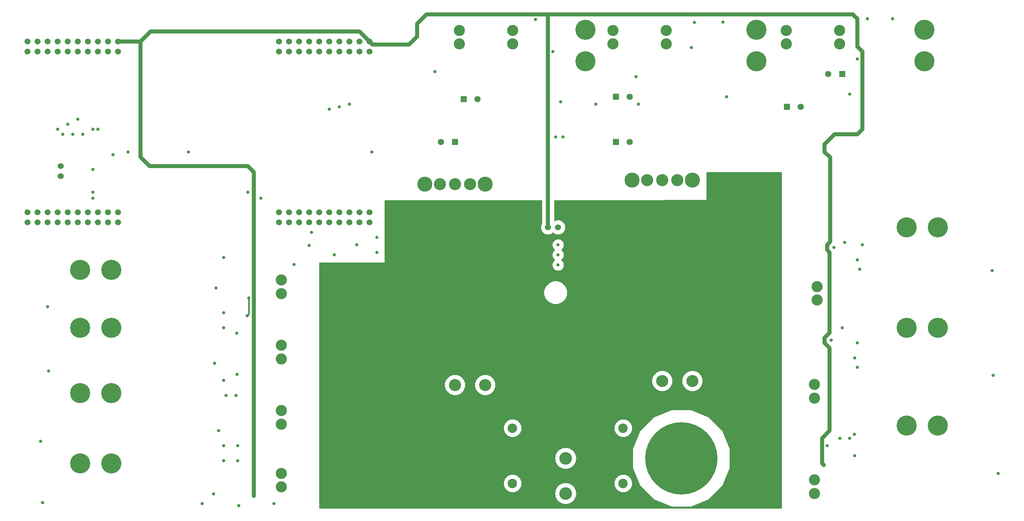
<source format=gbr>
G04 #@! TF.GenerationSoftware,KiCad,Pcbnew,(5.0.2)-1*
G04 #@! TF.CreationDate,2019-03-05T00:25:16-06:00*
G04 #@! TF.ProjectId,PowerBoard_Hardware,506f7765-7242-46f6-9172-645f48617264,rev?*
G04 #@! TF.SameCoordinates,Original*
G04 #@! TF.FileFunction,Copper,L2,Inr*
G04 #@! TF.FilePolarity,Positive*
%FSLAX46Y46*%
G04 Gerber Fmt 4.6, Leading zero omitted, Abs format (unit mm)*
G04 Created by KiCad (PCBNEW (5.0.2)-1) date 3/5/2019 12:25:16 AM*
%MOMM*%
%LPD*%
G01*
G04 APERTURE LIST*
G04 #@! TA.AperFunction,ViaPad*
%ADD10C,3.048000*%
G04 #@! TD*
G04 #@! TA.AperFunction,ViaPad*
%ADD11C,3.810000*%
G04 #@! TD*
G04 #@! TA.AperFunction,ViaPad*
%ADD12R,3.200000X3.200000*%
G04 #@! TD*
G04 #@! TA.AperFunction,ViaPad*
%ADD13O,3.200000X3.200000*%
G04 #@! TD*
G04 #@! TA.AperFunction,ViaPad*
%ADD14C,2.400000*%
G04 #@! TD*
G04 #@! TA.AperFunction,ViaPad*
%ADD15R,2.400000X2.400000*%
G04 #@! TD*
G04 #@! TA.AperFunction,ViaPad*
%ADD16C,1.524000*%
G04 #@! TD*
G04 #@! TA.AperFunction,ViaPad*
%ADD17C,5.080000*%
G04 #@! TD*
G04 #@! TA.AperFunction,ViaPad*
%ADD18C,1.520000*%
G04 #@! TD*
G04 #@! TA.AperFunction,ViaPad*
%ADD19C,2.819400*%
G04 #@! TD*
G04 #@! TA.AperFunction,ViaPad*
%ADD20C,1.600000*%
G04 #@! TD*
G04 #@! TA.AperFunction,ViaPad*
%ADD21R,1.600000X1.600000*%
G04 #@! TD*
G04 #@! TA.AperFunction,ViaPad*
%ADD22C,18.288000*%
G04 #@! TD*
G04 #@! TA.AperFunction,ViaPad*
%ADD23C,0.800000*%
G04 #@! TD*
G04 #@! TA.AperFunction,Conductor*
%ADD24C,1.016000*%
G04 #@! TD*
G04 #@! TA.AperFunction,Conductor*
%ADD25C,0.381000*%
G04 #@! TD*
G04 #@! TA.AperFunction,Conductor*
%ADD26C,0.254000*%
G04 #@! TD*
G04 APERTURE END LIST*
D10*
G04 #@! TO.N,GND*
G04 #@! TO.C,Dahlbot*
X156210000Y-56388000D03*
G04 #@! TO.N,N/C*
X152400000Y-56388000D03*
G04 #@! TO.N,Net-(C10-Pad1)*
X148590000Y-56388000D03*
D11*
X144780000Y-56388000D03*
G04 #@! TO.N,GND*
X160020000Y-56388000D03*
D10*
G04 #@! TO.N,PVDD*
X144780000Y-107188000D03*
G04 #@! TO.N,Net-(CONV1-Pad2)*
X152400000Y-107188000D03*
G04 #@! TO.N,GND*
X160020000Y-107188000D03*
G04 #@! TD*
G04 #@! TO.N,GND*
G04 #@! TO.C,The Van*
X208534000Y-55372000D03*
G04 #@! TO.N,N/C*
X204724000Y-55372000D03*
G04 #@! TO.N,Net-(C11-Pad1)*
X200914000Y-55372000D03*
D11*
X197104000Y-55372000D03*
G04 #@! TO.N,GND*
X212344000Y-55372000D03*
D10*
G04 #@! TO.N,PVDD*
X197104000Y-106172000D03*
G04 #@! TO.N,Net-(CONV2-Pad2)*
X204724000Y-106172000D03*
G04 #@! TO.N,GND*
X212344000Y-106172000D03*
G04 #@! TD*
D12*
G04 #@! TO.N,PVDD*
G04 #@! TO.C,D12*
X175260000Y-125730000D03*
D13*
G04 #@! TO.N,GND*
X180340000Y-125730000D03*
G04 #@! TD*
G04 #@! TO.N,GND*
G04 #@! TO.C,D13*
X180340000Y-134620000D03*
D12*
G04 #@! TO.N,PVDD*
X175260000Y-134620000D03*
G04 #@! TD*
D14*
G04 #@! TO.N,GND*
G04 #@! TO.C,C1*
X194865000Y-132080000D03*
D15*
G04 #@! TO.N,PVDD*
X189865000Y-132080000D03*
G04 #@! TD*
G04 #@! TO.N,PVDD*
G04 #@! TO.C,C2*
X161925000Y-132080000D03*
D14*
G04 #@! TO.N,GND*
X166925000Y-132080000D03*
G04 #@! TD*
G04 #@! TO.N,GND*
G04 #@! TO.C,C3*
X194865000Y-118110000D03*
D15*
G04 #@! TO.N,PVDD*
X189865000Y-118110000D03*
G04 #@! TD*
G04 #@! TO.N,PVDD*
G04 #@! TO.C,C5*
X161925000Y-118110000D03*
D14*
G04 #@! TO.N,GND*
X166925000Y-118110000D03*
G04 #@! TD*
D16*
G04 #@! TO.N,Net-(3V3FAN1-Pad1)*
G04 #@! TO.C,3V3FAN1*
X52832000Y-54356000D03*
G04 #@! TO.N,+3.3VA*
X52832000Y-51816000D03*
G04 #@! TD*
D17*
G04 #@! TO.N,Net-(Conn5-Pad2)*
G04 #@! TO.C,Conn5*
X266446000Y-67310000D03*
G04 #@! TO.N,GND*
X274320000Y-67310000D03*
G04 #@! TD*
G04 #@! TO.N,Net-(Conn6-Pad2)*
G04 #@! TO.C,Conn6*
X266446000Y-92710000D03*
G04 #@! TO.N,GND*
X274320000Y-92710000D03*
G04 #@! TD*
G04 #@! TO.N,Net-(Conn7-Pad2)*
G04 #@! TO.C,Conn7*
X266446000Y-117475000D03*
G04 #@! TO.N,GND*
X274320000Y-117475000D03*
G04 #@! TD*
G04 #@! TO.N,GND*
G04 #@! TO.C,Conn8*
X57785000Y-78105000D03*
G04 #@! TO.N,Net-(Conn8-Pad2)*
X65659000Y-78105000D03*
G04 #@! TD*
G04 #@! TO.N,Net-(Conn9-Pad2)*
G04 #@! TO.C,Conn9*
X65659000Y-92710000D03*
G04 #@! TO.N,GND*
X57785000Y-92710000D03*
G04 #@! TD*
G04 #@! TO.N,GND*
G04 #@! TO.C,Conn10*
X57785000Y-109220000D03*
G04 #@! TO.N,Net-(Conn10-Pad2)*
X65659000Y-109220000D03*
G04 #@! TD*
G04 #@! TO.N,Net-(Conn11-Pad2)*
G04 #@! TO.C,Conn11*
X65659000Y-127000000D03*
G04 #@! TO.N,GND*
X57785000Y-127000000D03*
G04 #@! TD*
D18*
G04 #@! TO.N,+3.3VA*
G04 #@! TO.C,U1*
X67310000Y-20320000D03*
G04 #@! TO.N,N/C*
X44450000Y-66040000D03*
X46990000Y-66040000D03*
X54610000Y-66040000D03*
G04 #@! TO.N,AUX_IMEAS*
X57150000Y-22860000D03*
G04 #@! TO.N,N/C*
X52070000Y-66040000D03*
X49530000Y-66040000D03*
X52070000Y-20320000D03*
X46990000Y-22860000D03*
G04 #@! TO.N,Net-(U1-PadRese)*
X57150000Y-66040000D03*
G04 #@! TO.N,N/C*
X59690000Y-66040000D03*
X46990000Y-20320000D03*
G04 #@! TO.N,MM_IMEAS*
X52070000Y-22860000D03*
G04 #@! TO.N,BM_IMEAS*
X54610000Y-22860000D03*
G04 #@! TO.N,Net-(U1-Pad+5V)*
X67310000Y-22860000D03*
G04 #@! TO.N,GND*
X64770000Y-22860000D03*
G04 #@! TO.N,GE_IMEAS*
X62230000Y-22860000D03*
G04 #@! TO.N,ROCKET_IMEAS*
X59690000Y-22860000D03*
G04 #@! TO.N,FM_IMEAS*
X49530000Y-22860000D03*
G04 #@! TO.N,N/C*
X44450000Y-22860000D03*
X64770000Y-20320000D03*
X62230000Y-20320000D03*
X59690000Y-20320000D03*
X57150000Y-20320000D03*
X54610000Y-20320000D03*
X49530000Y-20320000D03*
X44450000Y-20320000D03*
X67310000Y-63500000D03*
X64770000Y-63500000D03*
G04 #@! TO.N,EM_CTL*
X62230000Y-63500000D03*
G04 #@! TO.N,N/C*
X59690000Y-63500000D03*
G04 #@! TO.N,GE_CTL*
X57150000Y-63500000D03*
G04 #@! TO.N,ROCKET_CTL*
X54610000Y-63500000D03*
G04 #@! TO.N,AUX_CTL*
X52070000Y-63500000D03*
G04 #@! TO.N,BM_CTL*
X49530000Y-63500000D03*
G04 #@! TO.N,MM_CTL*
X46990000Y-63500000D03*
G04 #@! TO.N,FM_CTL*
X44450000Y-63500000D03*
G04 #@! TO.N,GND*
X67310000Y-66040000D03*
G04 #@! TO.N,N/C*
X64770000Y-66040000D03*
X62230000Y-66040000D03*
G04 #@! TO.N,Net-(U1-Pad+5V)*
X130810000Y-22860000D03*
G04 #@! TO.N,GND*
X128270000Y-22860000D03*
G04 #@! TO.N,COM_IMEAS*
X125730000Y-22860000D03*
G04 #@! TO.N,LOGIC_IMEAS*
X123190000Y-22860000D03*
G04 #@! TO.N,ACT_IMEAS*
X120650000Y-22860000D03*
G04 #@! TO.N,N/C*
X118110000Y-22860000D03*
X115570000Y-22860000D03*
X113030000Y-22860000D03*
X110490000Y-22860000D03*
X107950000Y-22860000D03*
G04 #@! TO.N,+3.3VA*
X130810000Y-20320000D03*
G04 #@! TO.N,N/C*
X128270000Y-20320000D03*
X125730000Y-20320000D03*
X123190000Y-20320000D03*
X120650000Y-20320000D03*
X118110000Y-20320000D03*
X115570000Y-20320000D03*
X113030000Y-20320000D03*
X110490000Y-20320000D03*
X107950000Y-20320000D03*
X130810000Y-63500000D03*
X128270000Y-63500000D03*
X125730000Y-63500000D03*
X123190000Y-63500000D03*
X120650000Y-63500000D03*
X118110000Y-63500000D03*
X115570000Y-63500000D03*
X113030000Y-63500000D03*
X110490000Y-63500000D03*
X107950000Y-63500000D03*
G04 #@! TO.N,GND*
X130810000Y-66040000D03*
G04 #@! TO.N,FAN_CTL*
X128270000Y-66040000D03*
G04 #@! TO.N,COM_CTL*
X125730000Y-66040000D03*
G04 #@! TO.N,N/C*
X123190000Y-66040000D03*
G04 #@! TO.N,Net-(U1-PadRese)*
X120650000Y-66040000D03*
G04 #@! TO.N,LOGIC_CTL*
X118110000Y-66040000D03*
G04 #@! TO.N,EM_IMEAS*
X115570000Y-66040000D03*
G04 #@! TO.N,N/C*
X113030000Y-66040000D03*
G04 #@! TO.N,ACT_CTL*
X110490000Y-66040000D03*
G04 #@! TO.N,LOGIC\005CCOM_CTL*
X107950000Y-66040000D03*
G04 #@! TD*
D19*
G04 #@! TO.N,Net-(C10-Pad1)*
G04 #@! TO.C,U2*
X192278000Y-17526000D03*
X192278000Y-20955000D03*
G04 #@! TO.N,Net-(Q5-Pad2)*
X205740000Y-20955000D03*
X205740000Y-17526000D03*
G04 #@! TD*
G04 #@! TO.N,Net-(C11-Pad1)*
G04 #@! TO.C,U3*
X236093000Y-17526000D03*
X236093000Y-20955000D03*
G04 #@! TO.N,Net-(C14-Pad1)*
X249555000Y-20955000D03*
X249555000Y-17526000D03*
G04 #@! TD*
G04 #@! TO.N,Net-(Q4-Pad2)*
G04 #@! TO.C,U4*
X167005000Y-17526000D03*
X167005000Y-20955000D03*
G04 #@! TO.N,Net-(C10-Pad1)*
X153543000Y-20955000D03*
X153543000Y-17526000D03*
G04 #@! TD*
D16*
G04 #@! TO.N,PVDD*
G04 #@! TO.C,U10*
X180975000Y-67310000D03*
G04 #@! TO.N,GND*
X178435000Y-67310000D03*
G04 #@! TO.N,+3.3VA*
X175895000Y-67310000D03*
G04 #@! TD*
D19*
G04 #@! TO.N,Net-(U15-Pad1)*
G04 #@! TO.C,U15*
X243840000Y-82296000D03*
X243840000Y-85725000D03*
G04 #@! TO.N,PVDD*
X230378000Y-85725000D03*
X230378000Y-82296000D03*
G04 #@! TD*
G04 #@! TO.N,PVDD*
G04 #@! TO.C,U17*
X229743000Y-107061000D03*
X229743000Y-110490000D03*
G04 #@! TO.N,Net-(U17-Pad1)*
X243205000Y-110490000D03*
X243205000Y-107061000D03*
G04 #@! TD*
G04 #@! TO.N,Net-(U18-Pad1)*
G04 #@! TO.C,U18*
X243205000Y-131191000D03*
X243205000Y-134620000D03*
G04 #@! TO.N,PVDD*
X229743000Y-134620000D03*
X229743000Y-131191000D03*
G04 #@! TD*
G04 #@! TO.N,Net-(U27-Pad1)*
G04 #@! TO.C,U27*
X108585000Y-132969000D03*
X108585000Y-129540000D03*
G04 #@! TO.N,PVDD*
X122047000Y-129540000D03*
X122047000Y-132969000D03*
G04 #@! TD*
G04 #@! TO.N,PVDD*
G04 #@! TO.C,U28*
X122047000Y-100584000D03*
X122047000Y-97155000D03*
G04 #@! TO.N,Net-(U28-Pad1)*
X108585000Y-97155000D03*
X108585000Y-100584000D03*
G04 #@! TD*
G04 #@! TO.N,PVDD*
G04 #@! TO.C,U29*
X122047000Y-117094000D03*
X122047000Y-113665000D03*
G04 #@! TO.N,Net-(U29-Pad1)*
X108585000Y-113665000D03*
X108585000Y-117094000D03*
G04 #@! TD*
G04 #@! TO.N,PVDD*
G04 #@! TO.C,U30*
X122047000Y-84074000D03*
X122047000Y-80645000D03*
G04 #@! TO.N,Net-(U30-Pad1)*
X108585000Y-80645000D03*
X108585000Y-84074000D03*
G04 #@! TD*
D17*
G04 #@! TO.N,Net-(Conn1-Pad2)*
G04 #@! TO.C,Conn1*
X270992000Y-25312000D03*
G04 #@! TO.N,GND*
X270992000Y-17412000D03*
G04 #@! TD*
G04 #@! TO.N,GND*
G04 #@! TO.C,Conn2*
X185394000Y-17412000D03*
G04 #@! TO.N,Net-(Conn2-Pad2)*
X185394000Y-25312000D03*
G04 #@! TD*
G04 #@! TO.N,Net-(Conn3-Pad2)*
G04 #@! TO.C,Conn3*
X228574000Y-25312000D03*
G04 #@! TO.N,GND*
X228574000Y-17412000D03*
G04 #@! TD*
D20*
G04 #@! TO.N,GND*
G04 #@! TO.C,C6*
X148900000Y-45720000D03*
D21*
G04 #@! TO.N,Net-(C10-Pad1)*
X152400000Y-45720000D03*
G04 #@! TD*
G04 #@! TO.N,Net-(C10-Pad1)*
G04 #@! TO.C,C8*
X193040000Y-34290000D03*
D20*
G04 #@! TO.N,GND*
X196540000Y-34290000D03*
G04 #@! TD*
D21*
G04 #@! TO.N,Net-(C10-Pad1)*
G04 #@! TO.C,C9*
X154615000Y-34925000D03*
D20*
G04 #@! TO.N,GND*
X158115000Y-34925000D03*
G04 #@! TD*
G04 #@! TO.N,GND*
G04 #@! TO.C,C10*
X196540000Y-45720000D03*
D21*
G04 #@! TO.N,Net-(C10-Pad1)*
X193040000Y-45720000D03*
G04 #@! TD*
G04 #@! TO.N,Net-(C11-Pad1)*
G04 #@! TO.C,C11*
X236220000Y-36830000D03*
D20*
G04 #@! TO.N,GND*
X239720000Y-36830000D03*
G04 #@! TD*
G04 #@! TO.N,GND*
G04 #@! TO.C,C16*
X246690000Y-28575000D03*
D21*
G04 #@! TO.N,Net-(C14-Pad1)*
X250190000Y-28575000D03*
G04 #@! TD*
D22*
G04 #@! TO.N,PVDD*
G04 #@! TO.C,PVDD*
X146050000Y-125095000D03*
G04 #@! TD*
G04 #@! TO.N,GND*
G04 #@! TO.C,REF\002A\002A*
X209550000Y-125730000D03*
G04 #@! TD*
D23*
G04 #@! TO.N,Net-(3V3FAN1-Pad1)*
X60960000Y-52705000D03*
G04 #@! TO.N,Net-(CONV1-Pad2)*
X132715000Y-73660000D03*
G04 #@! TO.N,Net-(CONV2-Pad2)*
X132715000Y-69850000D03*
G04 #@! TO.N,GND*
X254635000Y-77945000D03*
X255270000Y-71755000D03*
X248098000Y-72390000D03*
X247463000Y-95885000D03*
X254000000Y-96520000D03*
X254000000Y-102710000D03*
X246385000Y-122560000D03*
X253365000Y-125095000D03*
X253226999Y-119668999D03*
X212852000Y-15494000D03*
X220048000Y-15410000D03*
X256540000Y-14605000D03*
X262890000Y-14605000D03*
X172720000Y-14732000D03*
X179070000Y-35560000D03*
X198120000Y-29210000D03*
X220980000Y-34290000D03*
X252095000Y-33655000D03*
X178435000Y-71755000D03*
X178435000Y-74295000D03*
X178435000Y-76835000D03*
X147320000Y-27940000D03*
X116205000Y-68580000D03*
X115570000Y-71882000D03*
X121905000Y-74310000D03*
X127635000Y-71755000D03*
X49530000Y-87376000D03*
X49784000Y-103632000D03*
X93980000Y-74930000D03*
X92075000Y-82710000D03*
X93980000Y-92710000D03*
X97282000Y-94107000D03*
X97155000Y-109855000D03*
X92710000Y-118778000D03*
X93980000Y-126365000D03*
X97536000Y-126365000D03*
X91440000Y-134780000D03*
X106680000Y-137160000D03*
X88580000Y-137160000D03*
X94615000Y-109855000D03*
X66100000Y-48955000D03*
X91694000Y-101760000D03*
X288290000Y-104775000D03*
X288036000Y-78232000D03*
X289560000Y-129540000D03*
X47752000Y-121412000D03*
X48260000Y-136906000D03*
G04 #@! TO.N,+3.3VA*
X247015000Y-102870000D03*
X247015000Y-78105000D03*
X245585000Y-127475000D03*
X254000000Y-21590000D03*
X170180000Y-13335000D03*
X210820000Y-13335000D03*
X75311000Y-51816000D03*
X101600000Y-134620000D03*
X101600000Y-118745000D03*
X101600000Y-102235000D03*
X99958200Y-89662000D03*
X100330000Y-85250000D03*
X101600000Y-85090000D03*
G04 #@! TO.N,FAN_CTL*
X85090000Y-48260000D03*
X131445000Y-48260000D03*
X69850000Y-48260000D03*
G04 #@! TO.N,AUX_CTL*
X52070000Y-42545000D03*
X252095000Y-120650000D03*
G04 #@! TO.N,LOGIC_IMEAS*
X123190000Y-36830000D03*
X212090000Y-21844000D03*
G04 #@! TO.N,COM_IMEAS*
X125730000Y-36195000D03*
X177165000Y-22860000D03*
G04 #@! TO.N,ACT_IMEAS*
X120650000Y-37465000D03*
X254000000Y-24765000D03*
G04 #@! TO.N,LOGIC_CTL*
X198755000Y-36195000D03*
X187960000Y-36195000D03*
X179705000Y-44450000D03*
G04 #@! TO.N,COM_CTL*
X177800000Y-44450000D03*
G04 #@! TO.N,AUX_IMEAS*
X249601000Y-120696000D03*
X58420000Y-43815000D03*
G04 #@! TO.N,MM_IMEAS*
X53340000Y-43815000D03*
X97536000Y-122555000D03*
G04 #@! TO.N,BM_IMEAS*
X55880000Y-43815000D03*
X97790000Y-137668000D03*
G04 #@! TO.N,GE_IMEAS*
X62230000Y-42545000D03*
X250825000Y-71120000D03*
G04 #@! TO.N,FM_IMEAS*
X97409000Y-104521000D03*
G04 #@! TO.N,GE_CTL*
X254000000Y-75565000D03*
X57150000Y-40005000D03*
G04 #@! TO.N,ROCKET_CTL*
X54610000Y-41275000D03*
X253365000Y-100330000D03*
G04 #@! TO.N,BM_CTL*
X60960000Y-59944000D03*
X93980000Y-122555000D03*
X103378000Y-59944000D03*
G04 #@! TO.N,MM_CTL*
X60960000Y-58420000D03*
X93980000Y-106045000D03*
X100076000Y-58420000D03*
G04 #@! TO.N,FM_CTL*
X93980000Y-88900000D03*
G04 #@! TO.N,EM_IMEAS*
X111760000Y-76708000D03*
G04 #@! TO.N,ROCKET_IMEAS*
X250190000Y-92710000D03*
X60960000Y-42545000D03*
G04 #@! TD*
D24*
G04 #@! TO.N,+3.3VA*
X245110000Y-127000000D02*
X245110000Y-120650000D01*
X245585000Y-127475000D02*
X245110000Y-127000000D01*
X247015000Y-118745000D02*
X247015000Y-103505000D01*
X245110000Y-120650000D02*
X247015000Y-118745000D01*
X247015000Y-103505000D02*
X247015000Y-97790000D01*
X247015000Y-97790000D02*
X245745000Y-96520000D01*
X245745000Y-96520000D02*
X245745000Y-95250000D01*
X247015000Y-93980000D02*
X247015000Y-78740000D01*
X245745000Y-95250000D02*
X247015000Y-93980000D01*
X247015000Y-73660000D02*
X247015000Y-78740000D01*
X246380000Y-73025000D02*
X247015000Y-73660000D01*
X246380000Y-71755000D02*
X246380000Y-73025000D01*
X247175000Y-53180000D02*
X247175000Y-70960000D01*
X247175000Y-70960000D02*
X246380000Y-71755000D01*
X247175000Y-53180000D02*
X247175000Y-49690000D01*
X247175000Y-49690000D02*
X245745000Y-48260000D01*
X245745000Y-48260000D02*
X245745000Y-46355000D01*
X254000000Y-21590000D02*
X254000000Y-14605000D01*
X254000000Y-14605000D02*
X253365000Y-13970000D01*
X253365000Y-13970000D02*
X252903010Y-13508010D01*
X252903010Y-13508010D02*
X222250000Y-13508010D01*
X222250000Y-13508010D02*
X211281990Y-13508010D01*
X211281990Y-13508010D02*
X206836990Y-13508010D01*
X206836990Y-13508010D02*
X181610000Y-13508010D01*
X173355000Y-13508010D02*
X168910000Y-13508010D01*
X168910000Y-13508010D02*
X145241990Y-13508010D01*
X145241990Y-13508010D02*
X142875000Y-15875000D01*
X142875000Y-15875000D02*
X142875000Y-19050000D01*
X142875000Y-19050000D02*
X140970000Y-20955000D01*
X140845001Y-21079999D02*
X142875000Y-19050000D01*
X131569999Y-21079999D02*
X140845001Y-21079999D01*
X130810000Y-20320000D02*
X131569999Y-21079999D01*
X128270000Y-17780000D02*
X130810000Y-20320000D01*
X175895000Y-67310000D02*
X175895000Y-19685000D01*
X175895000Y-19685000D02*
X175895000Y-13508010D01*
X181610000Y-13508010D02*
X175895000Y-13508010D01*
X175895000Y-13508010D02*
X173355000Y-13508010D01*
X73025000Y-20320000D02*
X75565000Y-17780000D01*
X73025000Y-48895000D02*
X73025000Y-30480000D01*
X75565000Y-17780000D02*
X128270000Y-17780000D01*
X254000000Y-43815000D02*
X248285000Y-43815000D01*
X255270000Y-42545000D02*
X254000000Y-43815000D01*
X255270000Y-22860000D02*
X255270000Y-42545000D01*
X254000000Y-21590000D02*
X255270000Y-22860000D01*
X245745000Y-46355000D02*
X248285000Y-43815000D01*
X73025000Y-30480000D02*
X73025000Y-20320000D01*
X67310000Y-20320000D02*
X73025000Y-20320000D01*
X73025000Y-48895000D02*
X73025000Y-49530000D01*
X73025000Y-49530000D02*
X75311000Y-51816000D01*
X101600000Y-63500000D02*
X101600000Y-85090000D01*
X75311000Y-51816000D02*
X100076000Y-51816000D01*
X101600000Y-53340000D02*
X101600000Y-63500000D01*
X100076000Y-51816000D02*
X101600000Y-53340000D01*
X101600000Y-85090000D02*
X101600000Y-102235000D01*
X101600000Y-134620000D02*
X101600000Y-135255000D01*
X101600000Y-118745000D02*
X101600000Y-134620000D01*
X101600000Y-102235000D02*
X101600000Y-118745000D01*
D25*
X100358199Y-89262001D02*
X100358199Y-85372199D01*
X99958200Y-89662000D02*
X100358199Y-89262001D01*
G04 #@! TD*
D26*
G04 #@! TO.N,PVDD*
G36*
X234823000Y-138330000D02*
X118237000Y-138330000D01*
X118237000Y-134620000D01*
X177543262Y-134620000D01*
X177756151Y-135690265D01*
X178362408Y-136597592D01*
X179269735Y-137203849D01*
X180069841Y-137363000D01*
X180610159Y-137363000D01*
X181410265Y-137203849D01*
X182317592Y-136597592D01*
X182923849Y-135690265D01*
X183136738Y-134620000D01*
X182923849Y-133549735D01*
X182317592Y-132642408D01*
X181410265Y-132036151D01*
X180610159Y-131877000D01*
X180069841Y-131877000D01*
X179269735Y-132036151D01*
X178362408Y-132642408D01*
X177756151Y-133549735D01*
X177543262Y-134620000D01*
X118237000Y-134620000D01*
X118237000Y-131613948D01*
X164582000Y-131613948D01*
X164582000Y-132546052D01*
X164938701Y-133407203D01*
X165597797Y-134066299D01*
X166458948Y-134423000D01*
X167391052Y-134423000D01*
X168252203Y-134066299D01*
X168911299Y-133407203D01*
X169268000Y-132546052D01*
X169268000Y-131613948D01*
X192522000Y-131613948D01*
X192522000Y-132546052D01*
X192878701Y-133407203D01*
X193537797Y-134066299D01*
X194398948Y-134423000D01*
X195331052Y-134423000D01*
X196192203Y-134066299D01*
X196851299Y-133407203D01*
X197208000Y-132546052D01*
X197208000Y-131613948D01*
X196851299Y-130752797D01*
X196192203Y-130093701D01*
X195331052Y-129737000D01*
X194398948Y-129737000D01*
X193537797Y-130093701D01*
X192878701Y-130752797D01*
X192522000Y-131613948D01*
X169268000Y-131613948D01*
X168911299Y-130752797D01*
X168252203Y-130093701D01*
X167391052Y-129737000D01*
X166458948Y-129737000D01*
X165597797Y-130093701D01*
X164938701Y-130752797D01*
X164582000Y-131613948D01*
X118237000Y-131613948D01*
X118237000Y-125730000D01*
X177543262Y-125730000D01*
X177756151Y-126800265D01*
X178362408Y-127707592D01*
X179269735Y-128313849D01*
X180069841Y-128473000D01*
X180610159Y-128473000D01*
X181410265Y-128313849D01*
X182317592Y-127707592D01*
X182923849Y-126800265D01*
X183136738Y-125730000D01*
X182923849Y-124659735D01*
X182317592Y-123752408D01*
X181609984Y-123279599D01*
X197231000Y-123279599D01*
X197231000Y-128180401D01*
X199106456Y-132708153D01*
X202571847Y-136173544D01*
X207099599Y-138049000D01*
X212000401Y-138049000D01*
X216528153Y-136173544D01*
X219993544Y-132708153D01*
X221869000Y-128180401D01*
X221869000Y-123279599D01*
X219993544Y-118751847D01*
X216528153Y-115286456D01*
X212000401Y-113411000D01*
X207099599Y-113411000D01*
X202571847Y-115286456D01*
X199106456Y-118751847D01*
X197231000Y-123279599D01*
X181609984Y-123279599D01*
X181410265Y-123146151D01*
X180610159Y-122987000D01*
X180069841Y-122987000D01*
X179269735Y-123146151D01*
X178362408Y-123752408D01*
X177756151Y-124659735D01*
X177543262Y-125730000D01*
X118237000Y-125730000D01*
X118237000Y-117643948D01*
X164582000Y-117643948D01*
X164582000Y-118576052D01*
X164938701Y-119437203D01*
X165597797Y-120096299D01*
X166458948Y-120453000D01*
X167391052Y-120453000D01*
X168252203Y-120096299D01*
X168911299Y-119437203D01*
X169268000Y-118576052D01*
X169268000Y-117643948D01*
X192522000Y-117643948D01*
X192522000Y-118576052D01*
X192878701Y-119437203D01*
X193537797Y-120096299D01*
X194398948Y-120453000D01*
X195331052Y-120453000D01*
X196192203Y-120096299D01*
X196851299Y-119437203D01*
X197208000Y-118576052D01*
X197208000Y-117643948D01*
X196851299Y-116782797D01*
X196192203Y-116123701D01*
X195331052Y-115767000D01*
X194398948Y-115767000D01*
X193537797Y-116123701D01*
X192878701Y-116782797D01*
X192522000Y-117643948D01*
X169268000Y-117643948D01*
X168911299Y-116782797D01*
X168252203Y-116123701D01*
X167391052Y-115767000D01*
X166458948Y-115767000D01*
X165597797Y-116123701D01*
X164938701Y-116782797D01*
X164582000Y-117643948D01*
X118237000Y-117643948D01*
X118237000Y-106657501D01*
X149733000Y-106657501D01*
X149733000Y-107718499D01*
X150139026Y-108698734D01*
X150889266Y-109448974D01*
X151869501Y-109855000D01*
X152930499Y-109855000D01*
X153910734Y-109448974D01*
X154660974Y-108698734D01*
X155067000Y-107718499D01*
X155067000Y-106657501D01*
X157353000Y-106657501D01*
X157353000Y-107718499D01*
X157759026Y-108698734D01*
X158509266Y-109448974D01*
X159489501Y-109855000D01*
X160550499Y-109855000D01*
X161530734Y-109448974D01*
X162280974Y-108698734D01*
X162687000Y-107718499D01*
X162687000Y-106657501D01*
X162280974Y-105677266D01*
X162245209Y-105641501D01*
X202057000Y-105641501D01*
X202057000Y-106702499D01*
X202463026Y-107682734D01*
X203213266Y-108432974D01*
X204193501Y-108839000D01*
X205254499Y-108839000D01*
X206234734Y-108432974D01*
X206984974Y-107682734D01*
X207391000Y-106702499D01*
X207391000Y-105641501D01*
X209677000Y-105641501D01*
X209677000Y-106702499D01*
X210083026Y-107682734D01*
X210833266Y-108432974D01*
X211813501Y-108839000D01*
X212874499Y-108839000D01*
X213854734Y-108432974D01*
X214604974Y-107682734D01*
X215011000Y-106702499D01*
X215011000Y-105641501D01*
X214604974Y-104661266D01*
X213854734Y-103911026D01*
X212874499Y-103505000D01*
X211813501Y-103505000D01*
X210833266Y-103911026D01*
X210083026Y-104661266D01*
X209677000Y-105641501D01*
X207391000Y-105641501D01*
X206984974Y-104661266D01*
X206234734Y-103911026D01*
X205254499Y-103505000D01*
X204193501Y-103505000D01*
X203213266Y-103911026D01*
X202463026Y-104661266D01*
X202057000Y-105641501D01*
X162245209Y-105641501D01*
X161530734Y-104927026D01*
X160550499Y-104521000D01*
X159489501Y-104521000D01*
X158509266Y-104927026D01*
X157759026Y-105677266D01*
X157353000Y-106657501D01*
X155067000Y-106657501D01*
X154660974Y-105677266D01*
X153910734Y-104927026D01*
X152930499Y-104521000D01*
X151869501Y-104521000D01*
X150889266Y-104927026D01*
X150139026Y-105677266D01*
X149733000Y-106657501D01*
X118237000Y-106657501D01*
X118237000Y-83226346D01*
X174815500Y-83226346D01*
X174815500Y-84413654D01*
X175269863Y-85510584D01*
X176109416Y-86350137D01*
X177206346Y-86804500D01*
X178393654Y-86804500D01*
X179490584Y-86350137D01*
X180330137Y-85510584D01*
X180784500Y-84413654D01*
X180784500Y-83226346D01*
X180330137Y-82129416D01*
X179490584Y-81289863D01*
X178393654Y-80835500D01*
X177206346Y-80835500D01*
X176109416Y-81289863D01*
X175269863Y-82129416D01*
X174815500Y-83226346D01*
X118237000Y-83226346D01*
X118237000Y-76327000D01*
X134620000Y-76327000D01*
X134668601Y-76317333D01*
X134709803Y-76289803D01*
X134737333Y-76248601D01*
X134747000Y-76200000D01*
X134747000Y-71448078D01*
X176892000Y-71448078D01*
X176892000Y-72061922D01*
X177126908Y-72629039D01*
X177522869Y-73025000D01*
X177126908Y-73420961D01*
X176892000Y-73988078D01*
X176892000Y-74601922D01*
X177126908Y-75169039D01*
X177522869Y-75565000D01*
X177126908Y-75960961D01*
X176892000Y-76528078D01*
X176892000Y-77141922D01*
X177126908Y-77709039D01*
X177560961Y-78143092D01*
X178128078Y-78378000D01*
X178741922Y-78378000D01*
X179309039Y-78143092D01*
X179743092Y-77709039D01*
X179978000Y-77141922D01*
X179978000Y-76528078D01*
X179743092Y-75960961D01*
X179347131Y-75565000D01*
X179743092Y-75169039D01*
X179978000Y-74601922D01*
X179978000Y-73988078D01*
X179743092Y-73420961D01*
X179347131Y-73025000D01*
X179743092Y-72629039D01*
X179978000Y-72061922D01*
X179978000Y-71448078D01*
X179743092Y-70880961D01*
X179309039Y-70446908D01*
X178741922Y-70212000D01*
X178128078Y-70212000D01*
X177560961Y-70446908D01*
X177126908Y-70880961D01*
X176892000Y-71448078D01*
X134747000Y-71448078D01*
X134747000Y-60579000D01*
X174244000Y-60579000D01*
X174244000Y-66317862D01*
X173990000Y-66931072D01*
X173990000Y-67688928D01*
X174280019Y-68389096D01*
X174815904Y-68924981D01*
X175516072Y-69215000D01*
X176273928Y-69215000D01*
X176974096Y-68924981D01*
X177165000Y-68734077D01*
X177355904Y-68924981D01*
X178056072Y-69215000D01*
X178813928Y-69215000D01*
X179514096Y-68924981D01*
X180049981Y-68389096D01*
X180340000Y-67688928D01*
X180340000Y-66931072D01*
X180049981Y-66230904D01*
X179514096Y-65695019D01*
X178813928Y-65405000D01*
X178056072Y-65405000D01*
X177546000Y-65616279D01*
X177546000Y-60579000D01*
X194183000Y-60579000D01*
X194183743Y-60578998D01*
X215900743Y-60451998D01*
X215949286Y-60442046D01*
X215990326Y-60414276D01*
X216017615Y-60372914D01*
X216027000Y-60325000D01*
X216027000Y-53467000D01*
X234823000Y-53467000D01*
X234823000Y-138330000D01*
X234823000Y-138330000D01*
G37*
X234823000Y-138330000D02*
X118237000Y-138330000D01*
X118237000Y-134620000D01*
X177543262Y-134620000D01*
X177756151Y-135690265D01*
X178362408Y-136597592D01*
X179269735Y-137203849D01*
X180069841Y-137363000D01*
X180610159Y-137363000D01*
X181410265Y-137203849D01*
X182317592Y-136597592D01*
X182923849Y-135690265D01*
X183136738Y-134620000D01*
X182923849Y-133549735D01*
X182317592Y-132642408D01*
X181410265Y-132036151D01*
X180610159Y-131877000D01*
X180069841Y-131877000D01*
X179269735Y-132036151D01*
X178362408Y-132642408D01*
X177756151Y-133549735D01*
X177543262Y-134620000D01*
X118237000Y-134620000D01*
X118237000Y-131613948D01*
X164582000Y-131613948D01*
X164582000Y-132546052D01*
X164938701Y-133407203D01*
X165597797Y-134066299D01*
X166458948Y-134423000D01*
X167391052Y-134423000D01*
X168252203Y-134066299D01*
X168911299Y-133407203D01*
X169268000Y-132546052D01*
X169268000Y-131613948D01*
X192522000Y-131613948D01*
X192522000Y-132546052D01*
X192878701Y-133407203D01*
X193537797Y-134066299D01*
X194398948Y-134423000D01*
X195331052Y-134423000D01*
X196192203Y-134066299D01*
X196851299Y-133407203D01*
X197208000Y-132546052D01*
X197208000Y-131613948D01*
X196851299Y-130752797D01*
X196192203Y-130093701D01*
X195331052Y-129737000D01*
X194398948Y-129737000D01*
X193537797Y-130093701D01*
X192878701Y-130752797D01*
X192522000Y-131613948D01*
X169268000Y-131613948D01*
X168911299Y-130752797D01*
X168252203Y-130093701D01*
X167391052Y-129737000D01*
X166458948Y-129737000D01*
X165597797Y-130093701D01*
X164938701Y-130752797D01*
X164582000Y-131613948D01*
X118237000Y-131613948D01*
X118237000Y-125730000D01*
X177543262Y-125730000D01*
X177756151Y-126800265D01*
X178362408Y-127707592D01*
X179269735Y-128313849D01*
X180069841Y-128473000D01*
X180610159Y-128473000D01*
X181410265Y-128313849D01*
X182317592Y-127707592D01*
X182923849Y-126800265D01*
X183136738Y-125730000D01*
X182923849Y-124659735D01*
X182317592Y-123752408D01*
X181609984Y-123279599D01*
X197231000Y-123279599D01*
X197231000Y-128180401D01*
X199106456Y-132708153D01*
X202571847Y-136173544D01*
X207099599Y-138049000D01*
X212000401Y-138049000D01*
X216528153Y-136173544D01*
X219993544Y-132708153D01*
X221869000Y-128180401D01*
X221869000Y-123279599D01*
X219993544Y-118751847D01*
X216528153Y-115286456D01*
X212000401Y-113411000D01*
X207099599Y-113411000D01*
X202571847Y-115286456D01*
X199106456Y-118751847D01*
X197231000Y-123279599D01*
X181609984Y-123279599D01*
X181410265Y-123146151D01*
X180610159Y-122987000D01*
X180069841Y-122987000D01*
X179269735Y-123146151D01*
X178362408Y-123752408D01*
X177756151Y-124659735D01*
X177543262Y-125730000D01*
X118237000Y-125730000D01*
X118237000Y-117643948D01*
X164582000Y-117643948D01*
X164582000Y-118576052D01*
X164938701Y-119437203D01*
X165597797Y-120096299D01*
X166458948Y-120453000D01*
X167391052Y-120453000D01*
X168252203Y-120096299D01*
X168911299Y-119437203D01*
X169268000Y-118576052D01*
X169268000Y-117643948D01*
X192522000Y-117643948D01*
X192522000Y-118576052D01*
X192878701Y-119437203D01*
X193537797Y-120096299D01*
X194398948Y-120453000D01*
X195331052Y-120453000D01*
X196192203Y-120096299D01*
X196851299Y-119437203D01*
X197208000Y-118576052D01*
X197208000Y-117643948D01*
X196851299Y-116782797D01*
X196192203Y-116123701D01*
X195331052Y-115767000D01*
X194398948Y-115767000D01*
X193537797Y-116123701D01*
X192878701Y-116782797D01*
X192522000Y-117643948D01*
X169268000Y-117643948D01*
X168911299Y-116782797D01*
X168252203Y-116123701D01*
X167391052Y-115767000D01*
X166458948Y-115767000D01*
X165597797Y-116123701D01*
X164938701Y-116782797D01*
X164582000Y-117643948D01*
X118237000Y-117643948D01*
X118237000Y-106657501D01*
X149733000Y-106657501D01*
X149733000Y-107718499D01*
X150139026Y-108698734D01*
X150889266Y-109448974D01*
X151869501Y-109855000D01*
X152930499Y-109855000D01*
X153910734Y-109448974D01*
X154660974Y-108698734D01*
X155067000Y-107718499D01*
X155067000Y-106657501D01*
X157353000Y-106657501D01*
X157353000Y-107718499D01*
X157759026Y-108698734D01*
X158509266Y-109448974D01*
X159489501Y-109855000D01*
X160550499Y-109855000D01*
X161530734Y-109448974D01*
X162280974Y-108698734D01*
X162687000Y-107718499D01*
X162687000Y-106657501D01*
X162280974Y-105677266D01*
X162245209Y-105641501D01*
X202057000Y-105641501D01*
X202057000Y-106702499D01*
X202463026Y-107682734D01*
X203213266Y-108432974D01*
X204193501Y-108839000D01*
X205254499Y-108839000D01*
X206234734Y-108432974D01*
X206984974Y-107682734D01*
X207391000Y-106702499D01*
X207391000Y-105641501D01*
X209677000Y-105641501D01*
X209677000Y-106702499D01*
X210083026Y-107682734D01*
X210833266Y-108432974D01*
X211813501Y-108839000D01*
X212874499Y-108839000D01*
X213854734Y-108432974D01*
X214604974Y-107682734D01*
X215011000Y-106702499D01*
X215011000Y-105641501D01*
X214604974Y-104661266D01*
X213854734Y-103911026D01*
X212874499Y-103505000D01*
X211813501Y-103505000D01*
X210833266Y-103911026D01*
X210083026Y-104661266D01*
X209677000Y-105641501D01*
X207391000Y-105641501D01*
X206984974Y-104661266D01*
X206234734Y-103911026D01*
X205254499Y-103505000D01*
X204193501Y-103505000D01*
X203213266Y-103911026D01*
X202463026Y-104661266D01*
X202057000Y-105641501D01*
X162245209Y-105641501D01*
X161530734Y-104927026D01*
X160550499Y-104521000D01*
X159489501Y-104521000D01*
X158509266Y-104927026D01*
X157759026Y-105677266D01*
X157353000Y-106657501D01*
X155067000Y-106657501D01*
X154660974Y-105677266D01*
X153910734Y-104927026D01*
X152930499Y-104521000D01*
X151869501Y-104521000D01*
X150889266Y-104927026D01*
X150139026Y-105677266D01*
X149733000Y-106657501D01*
X118237000Y-106657501D01*
X118237000Y-83226346D01*
X174815500Y-83226346D01*
X174815500Y-84413654D01*
X175269863Y-85510584D01*
X176109416Y-86350137D01*
X177206346Y-86804500D01*
X178393654Y-86804500D01*
X179490584Y-86350137D01*
X180330137Y-85510584D01*
X180784500Y-84413654D01*
X180784500Y-83226346D01*
X180330137Y-82129416D01*
X179490584Y-81289863D01*
X178393654Y-80835500D01*
X177206346Y-80835500D01*
X176109416Y-81289863D01*
X175269863Y-82129416D01*
X174815500Y-83226346D01*
X118237000Y-83226346D01*
X118237000Y-76327000D01*
X134620000Y-76327000D01*
X134668601Y-76317333D01*
X134709803Y-76289803D01*
X134737333Y-76248601D01*
X134747000Y-76200000D01*
X134747000Y-71448078D01*
X176892000Y-71448078D01*
X176892000Y-72061922D01*
X177126908Y-72629039D01*
X177522869Y-73025000D01*
X177126908Y-73420961D01*
X176892000Y-73988078D01*
X176892000Y-74601922D01*
X177126908Y-75169039D01*
X177522869Y-75565000D01*
X177126908Y-75960961D01*
X176892000Y-76528078D01*
X176892000Y-77141922D01*
X177126908Y-77709039D01*
X177560961Y-78143092D01*
X178128078Y-78378000D01*
X178741922Y-78378000D01*
X179309039Y-78143092D01*
X179743092Y-77709039D01*
X179978000Y-77141922D01*
X179978000Y-76528078D01*
X179743092Y-75960961D01*
X179347131Y-75565000D01*
X179743092Y-75169039D01*
X179978000Y-74601922D01*
X179978000Y-73988078D01*
X179743092Y-73420961D01*
X179347131Y-73025000D01*
X179743092Y-72629039D01*
X179978000Y-72061922D01*
X179978000Y-71448078D01*
X179743092Y-70880961D01*
X179309039Y-70446908D01*
X178741922Y-70212000D01*
X178128078Y-70212000D01*
X177560961Y-70446908D01*
X177126908Y-70880961D01*
X176892000Y-71448078D01*
X134747000Y-71448078D01*
X134747000Y-60579000D01*
X174244000Y-60579000D01*
X174244000Y-66317862D01*
X173990000Y-66931072D01*
X173990000Y-67688928D01*
X174280019Y-68389096D01*
X174815904Y-68924981D01*
X175516072Y-69215000D01*
X176273928Y-69215000D01*
X176974096Y-68924981D01*
X177165000Y-68734077D01*
X177355904Y-68924981D01*
X178056072Y-69215000D01*
X178813928Y-69215000D01*
X179514096Y-68924981D01*
X180049981Y-68389096D01*
X180340000Y-67688928D01*
X180340000Y-66931072D01*
X180049981Y-66230904D01*
X179514096Y-65695019D01*
X178813928Y-65405000D01*
X178056072Y-65405000D01*
X177546000Y-65616279D01*
X177546000Y-60579000D01*
X194183000Y-60579000D01*
X194183743Y-60578998D01*
X215900743Y-60451998D01*
X215949286Y-60442046D01*
X215990326Y-60414276D01*
X216017615Y-60372914D01*
X216027000Y-60325000D01*
X216027000Y-53467000D01*
X234823000Y-53467000D01*
X234823000Y-138330000D01*
G04 #@! TD*
M02*

</source>
